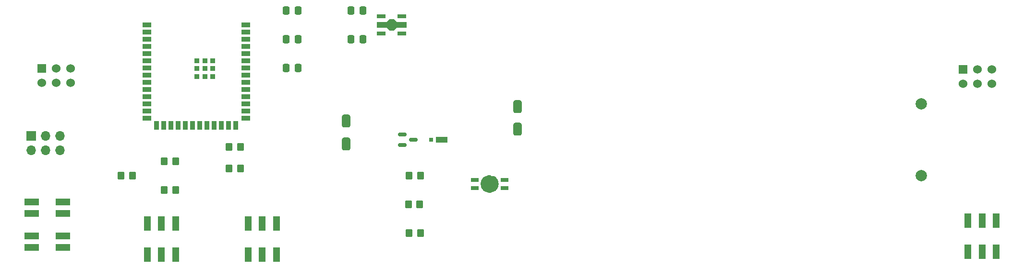
<source format=gbs>
%TF.GenerationSoftware,KiCad,Pcbnew,7.0.1-0*%
%TF.CreationDate,2023-03-26T18:30:06-04:00*%
%TF.ProjectId,WrightFlyer,57726967-6874-4466-9c79-65722e6b6963,v02*%
%TF.SameCoordinates,Original*%
%TF.FileFunction,Soldermask,Bot*%
%TF.FilePolarity,Negative*%
%FSLAX46Y46*%
G04 Gerber Fmt 4.6, Leading zero omitted, Abs format (unit mm)*
G04 Created by KiCad (PCBNEW 7.0.1-0) date 2023-03-26 18:30:06*
%MOMM*%
%LPD*%
G01*
G04 APERTURE LIST*
G04 Aperture macros list*
%AMRoundRect*
0 Rectangle with rounded corners*
0 $1 Rounding radius*
0 $2 $3 $4 $5 $6 $7 $8 $9 X,Y pos of 4 corners*
0 Add a 4 corners polygon primitive as box body*
4,1,4,$2,$3,$4,$5,$6,$7,$8,$9,$2,$3,0*
0 Add four circle primitives for the rounded corners*
1,1,$1+$1,$2,$3*
1,1,$1+$1,$4,$5*
1,1,$1+$1,$6,$7*
1,1,$1+$1,$8,$9*
0 Add four rect primitives between the rounded corners*
20,1,$1+$1,$2,$3,$4,$5,0*
20,1,$1+$1,$4,$5,$6,$7,0*
20,1,$1+$1,$6,$7,$8,$9,0*
20,1,$1+$1,$8,$9,$2,$3,0*%
%AMFreePoly0*
4,1,13,0.900000,0.500000,2.600000,0.500000,2.600000,-0.500000,0.900000,-0.500000,0.400000,-1.000000,-0.400000,-1.000000,-0.900000,-0.500000,-2.600000,-0.500000,-2.600000,0.500000,-0.900000,0.500000,-0.400000,1.000000,0.400000,1.000000,0.900000,0.500000,0.900000,0.500000,$1*%
G04 Aperture macros list end*
%ADD10C,1.600000*%
%ADD11R,1.700000X1.700000*%
%ADD12O,1.700000X1.700000*%
%ADD13R,1.524000X1.524000*%
%ADD14C,1.524000*%
%ADD15R,1.200000X2.500000*%
%ADD16RoundRect,0.250000X0.350000X0.450000X-0.350000X0.450000X-0.350000X-0.450000X0.350000X-0.450000X0*%
%ADD17RoundRect,0.250000X0.337500X0.475000X-0.337500X0.475000X-0.337500X-0.475000X0.337500X-0.475000X0*%
%ADD18RoundRect,0.381000X0.381000X-0.762000X0.381000X0.762000X-0.381000X0.762000X-0.381000X-0.762000X0*%
%ADD19RoundRect,0.250000X-0.337500X-0.475000X0.337500X-0.475000X0.337500X0.475000X-0.337500X0.475000X0*%
%ADD20RoundRect,0.250000X-0.350000X-0.450000X0.350000X-0.450000X0.350000X0.450000X-0.350000X0.450000X0*%
%ADD21R,2.000000X1.100000*%
%ADD22R,0.800000X0.800000*%
%ADD23R,1.400000X0.800000*%
%ADD24C,2.000000*%
%ADD25R,1.500000X0.900000*%
%ADD26R,0.900000X1.500000*%
%ADD27R,0.900000X0.900000*%
%ADD28R,2.500000X1.200000*%
%ADD29RoundRect,0.150000X-0.587500X-0.150000X0.587500X-0.150000X0.587500X0.150000X-0.587500X0.150000X0*%
%ADD30R,1.500000X0.700000*%
%ADD31FreePoly0,180.000000*%
G04 APERTURE END LIST*
D10*
%TO.C,D2*%
X148911000Y-99266300D02*
G75*
G03*
X148911000Y-99266300I-800000J0D01*
G01*
%TD*%
D11*
%TO.C,J4*%
X67296700Y-90809000D03*
D12*
X67296700Y-93349000D03*
X69836700Y-90809000D03*
X69836700Y-93349000D03*
X72376700Y-90809000D03*
X72376700Y-93349000D03*
%TD*%
D13*
%TO.C,J5*%
X69140000Y-78835500D03*
D14*
X69140000Y-81375500D03*
X71680000Y-78835500D03*
X71680000Y-81375500D03*
X74220000Y-78835500D03*
X74220000Y-81375500D03*
%TD*%
D13*
%TO.C,J6*%
X231597800Y-78982900D03*
D14*
X231597800Y-81522900D03*
X234137800Y-78982900D03*
X234137800Y-81522900D03*
X236677800Y-78982900D03*
X236677800Y-81522900D03*
%TD*%
D15*
%TO.C,SW4*%
X237450000Y-111235700D03*
X237450000Y-105735700D03*
X234950000Y-111235700D03*
X234950000Y-105735700D03*
X232450000Y-111235700D03*
X232450000Y-105735700D03*
%TD*%
D16*
%TO.C,R7*%
X135777700Y-102870000D03*
X133777700Y-102870000D03*
%TD*%
D17*
%TO.C,C5*%
X125730000Y-68580000D03*
X123655000Y-68580000D03*
%TD*%
D18*
%TO.C,J2*%
X153026534Y-89590200D03*
X153062000Y-85590200D03*
%TD*%
D17*
%TO.C,C2*%
X114300000Y-73660000D03*
X112225000Y-73660000D03*
%TD*%
D19*
%TO.C,C1*%
X112225000Y-78740000D03*
X114300000Y-78740000D03*
%TD*%
D20*
%TO.C,R2*%
X90710000Y-100330000D03*
X92710000Y-100330000D03*
%TD*%
D17*
%TO.C,C3*%
X114300000Y-68580000D03*
X112225000Y-68580000D03*
%TD*%
D21*
%TO.C,D1*%
X139680000Y-91440000D03*
D22*
X137780000Y-91440000D03*
%TD*%
D15*
%TO.C,SW3*%
X87710000Y-106260000D03*
X87710000Y-111760000D03*
X90210000Y-106260000D03*
X90210000Y-111760000D03*
X92710000Y-106260000D03*
X92710000Y-111760000D03*
%TD*%
%TO.C,SW1*%
X110490000Y-111760000D03*
X110490000Y-106260000D03*
X107990000Y-111760000D03*
X107990000Y-106260000D03*
X105490000Y-111760000D03*
X105490000Y-106260000D03*
%TD*%
D23*
%TO.C,D2*%
X150711000Y-99991300D03*
X145511000Y-99991300D03*
X145511000Y-98541300D03*
X150711000Y-98541300D03*
%TD*%
D24*
%TO.C,BT1*%
X224247500Y-85090000D03*
X224247500Y-97790000D03*
%TD*%
D16*
%TO.C,R5*%
X85090000Y-97790000D03*
X83090000Y-97790000D03*
%TD*%
D18*
%TO.C,J1*%
X122788534Y-92176900D03*
X122824000Y-88176900D03*
%TD*%
D25*
%TO.C,U1*%
X105130000Y-71120000D03*
X105130000Y-72390000D03*
X105130000Y-73660000D03*
X105130000Y-74930000D03*
X105130000Y-76200000D03*
X105130000Y-77470000D03*
X105130000Y-78740000D03*
X105130000Y-80010000D03*
X105130000Y-81280000D03*
X105130000Y-82550000D03*
X105130000Y-83820000D03*
X105130000Y-85090000D03*
X105130000Y-86360000D03*
X105130000Y-87630000D03*
D26*
X103365000Y-88880000D03*
X102095000Y-88880000D03*
X100825000Y-88880000D03*
X99555000Y-88880000D03*
X98285000Y-88880000D03*
X97015000Y-88880000D03*
X95745000Y-88880000D03*
X94475000Y-88880000D03*
X93205000Y-88880000D03*
X91935000Y-88880000D03*
X90665000Y-88880000D03*
X89395000Y-88880000D03*
D25*
X87630000Y-87630000D03*
X87630000Y-86360000D03*
X87630000Y-85090000D03*
X87630000Y-83820000D03*
X87630000Y-82550000D03*
X87630000Y-81280000D03*
X87630000Y-80010000D03*
X87630000Y-78740000D03*
X87630000Y-77470000D03*
X87630000Y-76200000D03*
X87630000Y-74930000D03*
X87630000Y-73660000D03*
X87630000Y-72390000D03*
X87630000Y-71120000D03*
D27*
X99280000Y-80240000D03*
X99280000Y-78840000D03*
X99280000Y-77440000D03*
X97880000Y-80240000D03*
X97880000Y-78840000D03*
X97880000Y-77440000D03*
X96480000Y-80240000D03*
X96480000Y-78840000D03*
X96480000Y-77440000D03*
%TD*%
D20*
%TO.C,R1*%
X90710000Y-95250000D03*
X92710000Y-95250000D03*
%TD*%
D28*
%TO.C,SW2*%
X72810000Y-102490000D03*
X67310000Y-102490000D03*
X72810000Y-104490000D03*
X67310000Y-104490000D03*
X72810000Y-108490000D03*
X67310000Y-108490000D03*
X72810000Y-110490000D03*
X67310000Y-110490000D03*
%TD*%
D16*
%TO.C,R8*%
X135890000Y-107950000D03*
X133890000Y-107950000D03*
%TD*%
D29*
%TO.C,Q1*%
X132745000Y-92390000D03*
X132745000Y-90490000D03*
X134620000Y-91440000D03*
%TD*%
D16*
%TO.C,R3*%
X104140000Y-92710000D03*
X102140000Y-92710000D03*
%TD*%
D30*
%TO.C,U2*%
X132660000Y-69620000D03*
D31*
X130810000Y-71120000D03*
D30*
X132660000Y-72620000D03*
X128960000Y-72620000D03*
X128960000Y-69620000D03*
%TD*%
D16*
%TO.C,R4*%
X104140000Y-96520000D03*
X102140000Y-96520000D03*
%TD*%
D17*
%TO.C,C4*%
X125730000Y-73660000D03*
X123655000Y-73660000D03*
%TD*%
D16*
%TO.C,R6*%
X135890000Y-97790000D03*
X133890000Y-97790000D03*
%TD*%
M02*

</source>
